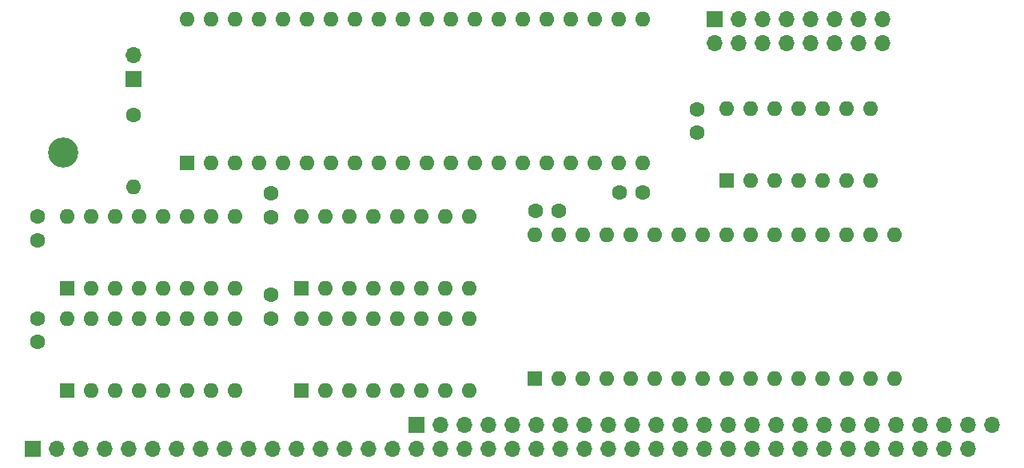
<source format=gts>
G04 #@! TF.GenerationSoftware,KiCad,Pcbnew,(5.1.12)-1*
G04 #@! TF.CreationDate,2023-07-18T15:57:14+01:00*
G04 #@! TF.ProjectId,CPCRAM,43504352-414d-42e6-9b69-6361645f7063,rev?*
G04 #@! TF.SameCoordinates,Original*
G04 #@! TF.FileFunction,Soldermask,Top*
G04 #@! TF.FilePolarity,Negative*
%FSLAX46Y46*%
G04 Gerber Fmt 4.6, Leading zero omitted, Abs format (unit mm)*
G04 Created by KiCad (PCBNEW (5.1.12)-1) date 2023-07-18 15:57:14*
%MOMM*%
%LPD*%
G01*
G04 APERTURE LIST*
%ADD10O,1.600000X1.600000*%
%ADD11R,1.600000X1.600000*%
%ADD12O,1.700000X1.700000*%
%ADD13R,1.700000X1.700000*%
%ADD14C,1.600000*%
%ADD15C,3.200000*%
G04 APERTURE END LIST*
D10*
X159385000Y-137795000D03*
X177165000Y-145415000D03*
X161925000Y-137795000D03*
X174625000Y-145415000D03*
X164465000Y-137795000D03*
X172085000Y-145415000D03*
X167005000Y-137795000D03*
X169545000Y-145415000D03*
X169545000Y-137795000D03*
X167005000Y-145415000D03*
X172085000Y-137795000D03*
X164465000Y-145415000D03*
X174625000Y-137795000D03*
X161925000Y-145415000D03*
X177165000Y-137795000D03*
D11*
X159385000Y-145415000D03*
D12*
X245745000Y-108585000D03*
X245745000Y-106045000D03*
X243205000Y-108585000D03*
X243205000Y-106045000D03*
X240665000Y-108585000D03*
X240665000Y-106045000D03*
X238125000Y-108585000D03*
X238125000Y-106045000D03*
X235585000Y-108585000D03*
X235585000Y-106045000D03*
X233045000Y-108585000D03*
X233045000Y-106045000D03*
X230505000Y-108585000D03*
X230505000Y-106045000D03*
X227965000Y-108585000D03*
D13*
X227965000Y-106045000D03*
D12*
X257302000Y-149072600D03*
X254762000Y-149072600D03*
X252222000Y-149072600D03*
X249682000Y-149072600D03*
X247142000Y-149072600D03*
X244602000Y-149072600D03*
X242062000Y-149072600D03*
X239522000Y-149072600D03*
X236982000Y-149072600D03*
X234442000Y-149072600D03*
X231902000Y-149072600D03*
X229362000Y-149072600D03*
X226822000Y-149072600D03*
X224282000Y-149072600D03*
X221742000Y-149072600D03*
X219202000Y-149072600D03*
X216662000Y-149072600D03*
X214122000Y-149072600D03*
X211582000Y-149072600D03*
X209042000Y-149072600D03*
X206502000Y-149072600D03*
X203962000Y-149072600D03*
X201422000Y-149072600D03*
X198882000Y-149072600D03*
D13*
X196342000Y-149072600D03*
D10*
X208915000Y-128905000D03*
X247015000Y-144145000D03*
X211455000Y-128905000D03*
X244475000Y-144145000D03*
X213995000Y-128905000D03*
X241935000Y-144145000D03*
X216535000Y-128905000D03*
X239395000Y-144145000D03*
X219075000Y-128905000D03*
X236855000Y-144145000D03*
X221615000Y-128905000D03*
X234315000Y-144145000D03*
X224155000Y-128905000D03*
X231775000Y-144145000D03*
X226695000Y-128905000D03*
X229235000Y-144145000D03*
X229235000Y-128905000D03*
X226695000Y-144145000D03*
X231775000Y-128905000D03*
X224155000Y-144145000D03*
X234315000Y-128905000D03*
X221615000Y-144145000D03*
X236855000Y-128905000D03*
X219075000Y-144145000D03*
X239395000Y-128905000D03*
X216535000Y-144145000D03*
X241935000Y-128905000D03*
X213995000Y-144145000D03*
X244475000Y-128905000D03*
X211455000Y-144145000D03*
X247015000Y-128905000D03*
D11*
X208915000Y-144145000D03*
D10*
X229235000Y-115570000D03*
X244475000Y-123190000D03*
X231775000Y-115570000D03*
X241935000Y-123190000D03*
X234315000Y-115570000D03*
X239395000Y-123190000D03*
X236855000Y-115570000D03*
X236855000Y-123190000D03*
X239395000Y-115570000D03*
X234315000Y-123190000D03*
X241935000Y-115570000D03*
X231775000Y-123190000D03*
X244475000Y-115570000D03*
D11*
X229235000Y-123190000D03*
D10*
X166370000Y-123825000D03*
D14*
X166370000Y-116205000D03*
D12*
X254762000Y-151612600D03*
X252222000Y-151612600D03*
X249682000Y-151612600D03*
X247142000Y-151612600D03*
X244602000Y-151612600D03*
X242062000Y-151612600D03*
X239522000Y-151612600D03*
X236982000Y-151612600D03*
X234442000Y-151612600D03*
X231902000Y-151612600D03*
X229362000Y-151612600D03*
X226822000Y-151612600D03*
X224282000Y-151612600D03*
X221742000Y-151612600D03*
X219202000Y-151612600D03*
X216662000Y-151612600D03*
X214122000Y-151612600D03*
X211582000Y-151612600D03*
X209042000Y-151612600D03*
X206502000Y-151612600D03*
X203962000Y-151612600D03*
X201422000Y-151612600D03*
X198882000Y-151612600D03*
X196342000Y-151612600D03*
X193802000Y-151612600D03*
X191262000Y-151612600D03*
X188722000Y-151612600D03*
X186182000Y-151612600D03*
X183642000Y-151612600D03*
X181102000Y-151612600D03*
X178562000Y-151612600D03*
X176022000Y-151612600D03*
X173482000Y-151612600D03*
X170942000Y-151612600D03*
X168402000Y-151612600D03*
X165862000Y-151612600D03*
X163322000Y-151612600D03*
X160782000Y-151612600D03*
X158242000Y-151612600D03*
D13*
X155702000Y-151612600D03*
D12*
X166370000Y-109855000D03*
D13*
X166370000Y-112395000D03*
D10*
X159385000Y-127000000D03*
X177165000Y-134620000D03*
X161925000Y-127000000D03*
X174625000Y-134620000D03*
X164465000Y-127000000D03*
X172085000Y-134620000D03*
X167005000Y-127000000D03*
X169545000Y-134620000D03*
X169545000Y-127000000D03*
X167005000Y-134620000D03*
X172085000Y-127000000D03*
X164465000Y-134620000D03*
X174625000Y-127000000D03*
X161925000Y-134620000D03*
X177165000Y-127000000D03*
D11*
X159385000Y-134620000D03*
D10*
X184150000Y-127000000D03*
X201930000Y-134620000D03*
X186690000Y-127000000D03*
X199390000Y-134620000D03*
X189230000Y-127000000D03*
X196850000Y-134620000D03*
X191770000Y-127000000D03*
X194310000Y-134620000D03*
X194310000Y-127000000D03*
X191770000Y-134620000D03*
X196850000Y-127000000D03*
X189230000Y-134620000D03*
X199390000Y-127000000D03*
X186690000Y-134620000D03*
X201930000Y-127000000D03*
D11*
X184150000Y-134620000D03*
D10*
X184150000Y-137795000D03*
X201930000Y-145415000D03*
X186690000Y-137795000D03*
X199390000Y-145415000D03*
X189230000Y-137795000D03*
X196850000Y-145415000D03*
X191770000Y-137795000D03*
X194310000Y-145415000D03*
X194310000Y-137795000D03*
X191770000Y-145415000D03*
X196850000Y-137795000D03*
X189230000Y-145415000D03*
X199390000Y-137795000D03*
X186690000Y-145415000D03*
X201930000Y-137795000D03*
D11*
X184150000Y-145415000D03*
D10*
X172085000Y-106045000D03*
X220345000Y-121285000D03*
X174625000Y-106045000D03*
X217805000Y-121285000D03*
X177165000Y-106045000D03*
X215265000Y-121285000D03*
X179705000Y-106045000D03*
X212725000Y-121285000D03*
X182245000Y-106045000D03*
X210185000Y-121285000D03*
X184785000Y-106045000D03*
X207645000Y-121285000D03*
X187325000Y-106045000D03*
X205105000Y-121285000D03*
X189865000Y-106045000D03*
X202565000Y-121285000D03*
X192405000Y-106045000D03*
X200025000Y-121285000D03*
X194945000Y-106045000D03*
X197485000Y-121285000D03*
X197485000Y-106045000D03*
X194945000Y-121285000D03*
X200025000Y-106045000D03*
X192405000Y-121285000D03*
X202565000Y-106045000D03*
X189865000Y-121285000D03*
X205105000Y-106045000D03*
X187325000Y-121285000D03*
X207645000Y-106045000D03*
X184785000Y-121285000D03*
X210185000Y-106045000D03*
X182245000Y-121285000D03*
X212725000Y-106045000D03*
X179705000Y-121285000D03*
X215265000Y-106045000D03*
X177165000Y-121285000D03*
X217805000Y-106045000D03*
X174625000Y-121285000D03*
X220345000Y-106045000D03*
D11*
X172085000Y-121285000D03*
D14*
X226060000Y-118110000D03*
X226060000Y-115610000D03*
X217845000Y-124460000D03*
X220345000Y-124460000D03*
X211455000Y-126365000D03*
X208955000Y-126365000D03*
X180975000Y-135295000D03*
X180975000Y-137795000D03*
X180975000Y-124540000D03*
X180975000Y-127040000D03*
X156210000Y-140295000D03*
X156210000Y-137795000D03*
X156210000Y-129500000D03*
X156210000Y-127000000D03*
D15*
X158927800Y-120243600D03*
M02*

</source>
